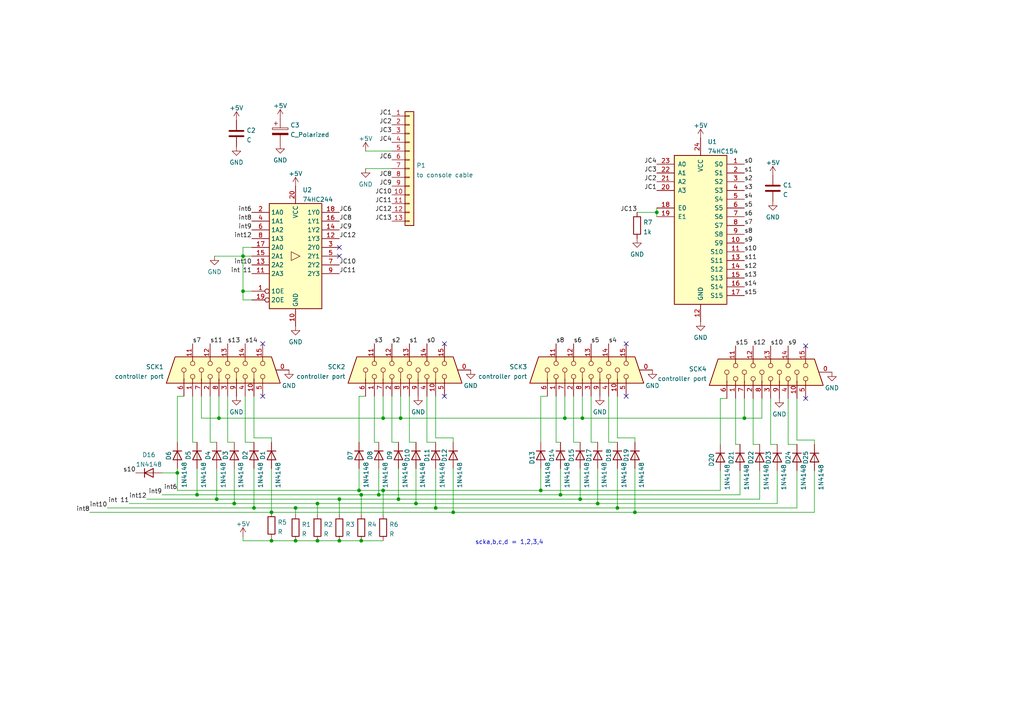
<source format=kicad_sch>
(kicad_sch (version 20211123) (generator eeschema)
  (paper "A4")
  (lib_symbols
    (symbol "74xx:74HC244"
      (property "Reference" "U" (at -7.62 16.51 0))
      (property "Value" "74HC244" (at -7.62 -16.51 0))
      (symbol "74HC244_1_0"
        (polyline (pts (xy 1.27 0) (xy -1.27 1.27) (xy -1.27 -1.27) (xy 1.27 0)) (stroke (width 0.1524)))
        (pin input inverted (at -12.7 -10.16 0) (length 5.08) (name "1OE") (number "1"))
        (pin power_in line (at 0 -20.32 90) (length 5.08) (name "GND") (number "10"))
        (pin input line (at -12.7 -5.08 0) (length 5.08) (name "2A3") (number "11"))
        (pin tri_state line (at 12.7 5.08 180) (length 5.08) (name "1Y3") (number "12"))
        (pin input line (at -12.7 -2.54 0) (length 5.08) (name "2A2") (number "13"))
        (pin tri_state line (at 12.7 7.62 180) (length 5.08) (name "1Y2") (number "14"))
        (pin input line (at -12.7 0 0) (length 5.08) (name "2A1") (number "15"))
        (pin tri_state line (at 12.7 10.16 180) (length 5.08) (name "1Y1") (number "16"))
        (pin input line (at -12.7 2.54 0) (length 5.08) (name "2A0") (number "17"))
        (pin tri_state line (at 12.7 12.7 180) (length 5.08) (name "1Y0") (number "18"))
        (pin input inverted (at -12.7 -12.7 0) (length 5.08) (name "2OE") (number "19"))
        (pin input line (at -12.7 12.7 0) (length 5.08) (name "1A0") (number "2"))
        (pin power_in line (at 0 20.32 270) (length 5.08) (name "VCC") (number "20"))
        (pin tri_state line (at 12.7 2.54 180) (length 5.08) (name "2Y0") (number "3"))
        (pin input line (at -12.7 10.16 0) (length 5.08) (name "1A1") (number "4"))
        (pin tri_state line (at 12.7 0 180) (length 5.08) (name "2Y1") (number "5"))
        (pin input line (at -12.7 7.62 0) (length 5.08) (name "1A2") (number "6"))
        (pin tri_state line (at 12.7 -2.54 180) (length 5.08) (name "2Y2") (number "7"))
        (pin input line (at -12.7 5.08 0) (length 5.08) (name "1A3") (number "8"))
        (pin tri_state line (at 12.7 -5.08 180) (length 5.08) (name "2Y3") (number "9"))
      )
      (symbol "74HC244_1_1"
        (rectangle (start -7.62 15.24) (end 7.62 -15.24) (stroke (width 0.254)) (fill (type background)))
      )
    )
    (symbol "74xx:74LS154" (pin_names (offset 1.016))
      (property "Reference" "U" (at -7.62 21.59 0))
      (property "Value" "74LS154" (at -7.62 -24.13 0))
      (symbol "74LS154_1_0"
        (pin output line (at 12.7 17.78 180) (length 5.08) (name "S0") (number "1"))
        (pin output line (at 12.7 -5.08 180) (length 5.08) (name "S9") (number "10"))
        (pin output line (at 12.7 -7.62 180) (length 5.08) (name "S10") (number "11"))
        (pin power_in line (at 0 -27.94 90) (length 5.08) (name "GND") (number "12"))
        (pin output line (at 12.7 -10.16 180) (length 5.08) (name "S11") (number "13"))
        (pin output line (at 12.7 -12.7 180) (length 5.08) (name "S12") (number "14"))
        (pin output line (at 12.7 -15.24 180) (length 5.08) (name "S13") (number "15"))
        (pin output line (at 12.7 -17.78 180) (length 5.08) (name "S14") (number "16"))
        (pin output line (at 12.7 -20.32 180) (length 5.08) (name "S15") (number "17"))
        (pin input line (at -12.7 5.08 0) (length 5.08) (name "E0") (number "18"))
        (pin input line (at -12.7 2.54 0) (length 5.08) (name "E1") (number "19"))
        (pin output line (at 12.7 15.24 180) (length 5.08) (name "S1") (number "2"))
        (pin input line (at -12.7 10.16 0) (length 5.08) (name "A3") (number "20"))
        (pin input line (at -12.7 12.7 0) (length 5.08) (name "A2") (number "21"))
        (pin input line (at -12.7 15.24 0) (length 5.08) (name "A1") (number "22"))
        (pin input line (at -12.7 17.78 0) (length 5.08) (name "A0") (number "23"))
        (pin power_in line (at 0 25.4 270) (length 5.08) (name "VCC") (number "24"))
        (pin output line (at 12.7 12.7 180) (length 5.08) (name "S2") (number "3"))
        (pin output line (at 12.7 10.16 180) (length 5.08) (name "S3") (number "4"))
        (pin output line (at 12.7 7.62 180) (length 5.08) (name "S4") (number "5"))
        (pin output line (at 12.7 5.08 180) (length 5.08) (name "S5") (number "6"))
        (pin output line (at 12.7 2.54 180) (length 5.08) (name "S6") (number "7"))
        (pin output line (at 12.7 0 180) (length 5.08) (name "S7") (number "8"))
        (pin output line (at 12.7 -2.54 180) (length 5.08) (name "S8") (number "9"))
      )
      (symbol "74LS154_1_1"
        (rectangle (start -7.62 20.32) (end 7.62 -22.86) (stroke (width 0.254)) (fill (type background)))
      )
    )
    (symbol "Connector:DB15_Female_HighDensity_MountingHoles" (pin_names (offset 1.016) hide)
      (property "Reference" "J" (at 0 21.59 0))
      (property "Value" "DB15_Female_HighDensity_MountingHoles" (at 0 19.05 0))
      (symbol "DB15_Female_HighDensity_MountingHoles_0_1"
        (circle (center -1.905 -10.16) (radius 0.635))
        (circle (center -1.905 -5.08) (radius 0.635))
        (circle (center -1.905 0) (radius 0.635))
        (circle (center -1.905 5.08) (radius 0.635))
        (circle (center -1.905 10.16) (radius 0.635))
        (circle (center 0 -7.62) (radius 0.635))
        (circle (center 0 -2.54) (radius 0.635))
        (polyline (pts (xy -3.175 7.62) (xy -0.635 7.62)))
        (polyline (pts (xy -0.635 -7.62) (xy -3.175 -7.62)))
        (polyline (pts (xy -0.635 -2.54) (xy -3.175 -2.54)))
        (polyline (pts (xy -0.635 2.54) (xy -3.175 2.54)))
        (polyline (pts (xy -0.635 12.7) (xy -3.175 12.7)))
        (polyline (pts (xy -3.81 17.78) (xy -3.81 -15.24) (xy 3.81 -12.7) (xy 3.81 15.24) (xy -3.81 17.78)) (stroke (width 0.254)) (fill (type background)))
        (circle (center 0 2.54) (radius 0.635))
        (circle (center 0 7.62) (radius 0.635))
        (circle (center 0 12.7) (radius 0.635))
        (circle (center 1.905 -10.16) (radius 0.635))
        (circle (center 1.905 -5.08) (radius 0.635))
        (circle (center 1.905 0) (radius 0.635))
        (circle (center 1.905 5.08) (radius 0.635))
        (circle (center 1.905 10.16) (radius 0.635))
      )
      (symbol "DB15_Female_HighDensity_MountingHoles_1_1"
        (pin passive line (at 0 -17.78 90) (length 3.81) (name "~") (number "0"))
        (pin passive line (at -7.62 10.16 0) (length 5.08) (name "~") (number "1"))
        (pin passive line (at -7.62 -7.62 0) (length 5.08) (name "~") (number "10"))
        (pin passive line (at 7.62 10.16 180) (length 5.08) (name "~") (number "11"))
        (pin passive line (at 7.62 5.08 180) (length 5.08) (name "~") (number "12"))
        (pin passive line (at 7.62 0 180) (length 5.08) (name "~") (number "13"))
        (pin passive line (at 7.62 -5.08 180) (length 5.08) (name "~") (number "14"))
        (pin passive line (at 7.62 -10.16 180) (length 5.08) (name "~") (number "15"))
        (pin passive line (at -7.62 5.08 0) (length 5.08) (name "~") (number "2"))
        (pin passive line (at -7.62 0 0) (length 5.08) (name "~") (number "3"))
        (pin passive line (at -7.62 -5.08 0) (length 5.08) (name "~") (number "4"))
        (pin passive line (at -7.62 -10.16 0) (length 5.08) (name "~") (number "5"))
        (pin passive line (at -7.62 12.7 0) (length 5.08) (name "~") (number "6"))
        (pin passive line (at -7.62 7.62 0) (length 5.08) (name "~") (number "7"))
        (pin passive line (at -7.62 2.54 0) (length 5.08) (name "~") (number "8"))
        (pin passive line (at -7.62 -2.54 0) (length 5.08) (name "~") (number "9"))
      )
    )
    (symbol "Connector_Generic:Conn_01x13" (pin_names (offset 1.016) hide)
      (property "Reference" "J" (at 0 17.78 0))
      (property "Value" "Conn_01x13" (at 0 -17.78 0))
      (symbol "Conn_01x13_1_1"
        (rectangle (start -1.27 -15.113) (end 0 -15.367) (stroke (width 0.1524)))
        (rectangle (start -1.27 -12.573) (end 0 -12.827) (stroke (width 0.1524)))
        (rectangle (start -1.27 -10.033) (end 0 -10.287) (stroke (width 0.1524)))
        (rectangle (start -1.27 -7.493) (end 0 -7.747) (stroke (width 0.1524)))
        (rectangle (start -1.27 -4.953) (end 0 -5.207) (stroke (width 0.1524)))
        (rectangle (start -1.27 -2.413) (end 0 -2.667) (stroke (width 0.1524)))
        (rectangle (start -1.27 0.127) (end 0 -0.127) (stroke (width 0.1524)))
        (rectangle (start -1.27 2.667) (end 0 2.413) (stroke (width 0.1524)))
        (rectangle (start -1.27 5.207) (end 0 4.953) (stroke (width 0.1524)))
        (rectangle (start -1.27 7.747) (end 0 7.493) (stroke (width 0.1524)))
        (rectangle (start -1.27 10.287) (end 0 10.033) (stroke (width 0.1524)))
        (rectangle (start -1.27 12.827) (end 0 12.573) (stroke (width 0.1524)))
        (rectangle (start -1.27 15.367) (end 0 15.113) (stroke (width 0.1524)))
        (rectangle (start -1.27 16.51) (end 1.27 -16.51) (stroke (width 0.254)) (fill (type background)))
        (pin passive line (at -5.08 15.24 0) (length 3.81) (name "Pin_1") (number "1"))
        (pin passive line (at -5.08 -7.62 0) (length 3.81) (name "Pin_10") (number "10"))
        (pin passive line (at -5.08 -10.16 0) (length 3.81) (name "Pin_11") (number "11"))
        (pin passive line (at -5.08 -12.7 0) (length 3.81) (name "Pin_12") (number "12"))
        (pin passive line (at -5.08 -15.24 0) (length 3.81) (name "Pin_13") (number "13"))
        (pin passive line (at -5.08 12.7 0) (length 3.81) (name "Pin_2") (number "2"))
        (pin passive line (at -5.08 10.16 0) (length 3.81) (name "Pin_3") (number "3"))
        (pin passive line (at -5.08 7.62 0) (length 3.81) (name "Pin_4") (number "4"))
        (pin passive line (at -5.08 5.08 0) (length 3.81) (name "Pin_5") (number "5"))
        (pin passive line (at -5.08 2.54 0) (length 3.81) (name "Pin_6") (number "6"))
        (pin passive line (at -5.08 0 0) (length 3.81) (name "Pin_7") (number "7"))
        (pin passive line (at -5.08 -2.54 0) (length 3.81) (name "Pin_8") (number "8"))
        (pin passive line (at -5.08 -5.08 0) (length 3.81) (name "Pin_9") (number "9"))
      )
    )
    (symbol "Device:C" (pin_numbers hide) (pin_names (offset 0.254))
      (property "Reference" "C" (at 0.635 2.54 0))
      (property "Value" "C" (at 0.635 -2.54 0))
      (symbol "C_0_1"
        (polyline (pts (xy -2.032 -0.762) (xy 2.032 -0.762)) (stroke (width 0.508)))
        (polyline (pts (xy -2.032 0.762) (xy 2.032 0.762)) (stroke (width 0.508)))
      )
      (symbol "C_1_1"
        (pin passive line (at 0 3.81 270) (length 2.794) (name "~") (number "1"))
        (pin passive line (at 0 -3.81 90) (length 2.794) (name "~") (number "2"))
      )
    )
    (symbol "Device:C_Polarized" (pin_numbers hide) (pin_names (offset 0.254))
      (property "Reference" "C" (at 0.635 2.54 0))
      (property "Value" "C_Polarized" (at 0.635 -2.54 0))
      (symbol "C_Polarized_0_1"
        (rectangle (start -2.286 0.508) (end 2.286 1.016))
        (polyline (pts (xy -1.778 2.286) (xy -0.762 2.286)))
        (polyline (pts (xy -1.27 2.794) (xy -1.27 1.778)))
        (rectangle (start 2.286 -0.508) (end -2.286 -1.016) (fill (type outline)))
      )
      (symbol "C_Polarized_1_1"
        (pin passive line (at 0 3.81 270) (length 2.794) (name "~") (number "1"))
        (pin passive line (at 0 -3.81 90) (length 2.794) (name "~") (number "2"))
      )
    )
    (symbol "Device:R" (pin_numbers hide) (pin_names (offset 0))
      (property "Reference" "R" (at 2.032 0 90))
      (property "Value" "R" (at 0 0 90))
      (symbol "R_0_1"
        (rectangle (start -1.016 -2.54) (end 1.016 2.54) (stroke (width 0.254)))
      )
      (symbol "R_1_1"
        (pin passive line (at 0 3.81 270) (length 1.27) (name "~") (number "1"))
        (pin passive line (at 0 -3.81 90) (length 1.27) (name "~") (number "2"))
      )
    )
    (symbol "Diode:1N4148" (pin_numbers hide) (pin_names (offset 1.016) hide)
      (property "Reference" "D" (at 0 2.54 0))
      (property "Value" "1N4148" (at 0 -2.54 0))
      (symbol "1N4148_0_1"
        (polyline (pts (xy -1.27 1.27) (xy -1.27 -1.27)) (stroke (width 0.254)))
        (polyline (pts (xy 1.27 0) (xy -1.27 0)))
        (polyline (pts (xy 1.27 1.27) (xy 1.27 -1.27) (xy -1.27 0) (xy 1.27 1.27)) (stroke (width 0.254)))
      )
      (symbol "1N4148_1_1"
        (pin passive line (at -3.81 0 0) (length 2.54) (name "K") (number "1"))
        (pin passive line (at 3.81 0 180) (length 2.54) (name "A") (number "2"))
      )
    )
    (symbol "power:+5V" (power) (pin_names (offset 0))
      (property "Value" "+5V" (at 0 3.556 0))
      (symbol "+5V_0_1"
        (polyline (pts (xy -0.762 1.27) (xy 0 2.54)))
        (polyline (pts (xy 0 0) (xy 0 2.54)))
        (polyline (pts (xy 0 2.54) (xy 0.762 1.27)))
      )
      (symbol "+5V_1_1"
        (pin power_in line (at 0 0 90) (length 0) hide (name "+5V") (number "1"))
      )
    )
    (symbol "power:GND" (power) (pin_names (offset 0))
      (property "Value" "GND" (at 0 -3.81 0))
      (symbol "GND_0_1"
        (polyline (pts (xy 0 0) (xy 0 -1.27) (xy 1.27 -1.27) (xy 0 -2.54) (xy -1.27 -1.27) (xy 0 -1.27)))
      )
      (symbol "GND_1_1"
        (pin power_in line (at 0 0 270) (length 0) hide (name "GND") (number "1"))
      )
    )
  )
  (junction (at 92.075 156.845))
  (junction (at 131.445 148.59))
  (junction (at 98.425 144.78))
  (junction (at 190.5 61.595))
  (junction (at 62.865 144.78))
  (junction (at 109.855 143.51))
  (junction (at 162.56 143.51))
  (junction (at 70.485 74.295))
  (junction (at 57.15 143.51))
  (junction (at 168.275 144.78))
  (junction (at 78.74 148.59))
  (junction (at 163.83 121.285))
  (junction (at 63.5 121.285))
  (junction (at 115.57 144.78))
  (junction (at 120.65 146.05))
  (junction (at 111.125 121.285))
  (junction (at 85.725 147.32))
  (junction (at 70.485 84.455))
  (junction (at 73.66 147.32))
  (junction (at 98.425 156.845))
  (junction (at 104.775 156.845))
  (junction (at 78.74 156.845))
  (junction (at 173.355 146.05))
  (junction (at 215.9 121.285))
  (junction (at 104.14 142.24))
  (junction (at 126.365 147.32))
  (junction (at 104.775 143.51))
  (junction (at 85.725 156.845))
  (junction (at 92.075 146.05))
  (junction (at 111.125 142.24))
  (junction (at 168.91 121.285))
  (junction (at 179.07 147.32))
  (junction (at 116.205 121.285))
  (junction (at 67.945 146.05))
  (junction (at 51.435 137.16))
  (junction (at 156.845 142.24))
  (junction (at 184.15 148.59))
  (no_connect (at 98.425 74.295))
  (no_connect (at 98.425 71.755))
  (no_connect (at 181.61 99.695))
  (no_connect (at 128.905 99.695))
  (no_connect (at 128.905 114.935))
  (no_connect (at 181.61 114.935))
  (no_connect (at 233.68 115.57))
  (no_connect (at 233.68 100.33))
  (no_connect (at 76.2 114.935))
  (no_connect (at 76.2 99.695))
  (wire (pts (xy 215.9 121.285) (xy 220.98 121.285)))
  (wire (pts (xy 98.425 144.78) (xy 115.57 144.78)))
  (wire (pts (xy 116.205 121.285) (xy 116.205 114.935)))
  (wire (pts (xy 218.44 128.905) (xy 220.345 128.905)))
  (wire (pts (xy 53.34 114.935) (xy 51.435 114.935)))
  (wire (pts (xy 213.36 128.905) (xy 214.63 128.905)))
  (wire (pts (xy 104.14 142.24) (xy 111.125 142.24)))
  (wire (pts (xy 78.74 156.845) (xy 70.485 156.845)))
  (wire (pts (xy 37.465 146.05) (xy 67.945 146.05)))
  (wire (pts (xy 85.725 147.32) (xy 85.725 149.225)))
  (wire (pts (xy 62.865 144.78) (xy 98.425 144.78)))
  (wire (pts (xy 156.845 114.935) (xy 156.845 128.27)))
  (wire (pts (xy 171.45 128.27) (xy 173.355 128.27)))
  (wire (pts (xy 190.5 61.595) (xy 190.5 62.865)))
  (wire (pts (xy 51.435 114.935) (xy 51.435 128.27)))
  (wire (pts (xy 106.045 48.895) (xy 113.665 48.895)))
  (wire (pts (xy 156.845 142.24) (xy 208.915 142.24)))
  (wire (pts (xy 126.365 114.935) (xy 126.365 127)))
  (wire (pts (xy 113.665 128.27) (xy 115.57 128.27)))
  (wire (pts (xy 184.15 148.59) (xy 184.15 135.89)))
  (wire (pts (xy 176.53 114.935) (xy 176.53 128.27)))
  (wire (pts (xy 73.66 114.935) (xy 73.66 127)))
  (wire (pts (xy 118.745 114.935) (xy 118.745 128.27)))
  (wire (pts (xy 85.725 147.32) (xy 73.66 147.32)))
  (wire (pts (xy 123.825 128.27) (xy 126.365 128.27)))
  (wire (pts (xy 223.52 115.57) (xy 223.52 128.905)))
  (wire (pts (xy 98.425 156.845) (xy 92.075 156.845)))
  (wire (pts (xy 213.36 115.57) (xy 213.36 128.905)))
  (wire (pts (xy 92.075 146.05) (xy 92.075 149.225)))
  (wire (pts (xy 168.275 135.89) (xy 168.275 144.78)))
  (wire (pts (xy 214.63 143.51) (xy 162.56 143.51)))
  (wire (pts (xy 109.855 143.51) (xy 104.775 143.51)))
  (wire (pts (xy 70.485 74.295) (xy 70.485 84.455)))
  (wire (pts (xy 46.99 137.16) (xy 51.435 137.16)))
  (wire (pts (xy 163.83 121.285) (xy 163.83 114.935)))
  (wire (pts (xy 228.6 115.57) (xy 228.6 128.905)))
  (wire (pts (xy 115.57 144.78) (xy 168.275 144.78)))
  (wire (pts (xy 231.14 127.635) (xy 236.22 127.635)))
  (wire (pts (xy 131.445 148.59) (xy 131.445 135.89)))
  (wire (pts (xy 168.91 121.285) (xy 168.91 114.935)))
  (wire (pts (xy 166.37 114.935) (xy 166.37 128.27)))
  (wire (pts (xy 161.29 114.935) (xy 161.29 128.27)))
  (wire (pts (xy 92.075 156.845) (xy 85.725 156.845)))
  (wire (pts (xy 231.14 115.57) (xy 231.14 127.635)))
  (wire (pts (xy 26.035 148.59) (xy 78.74 148.59)))
  (wire (pts (xy 67.945 146.05) (xy 67.945 135.89)))
  (wire (pts (xy 223.52 128.905) (xy 225.425 128.905)))
  (wire (pts (xy 236.22 136.525) (xy 236.22 148.59)))
  (wire (pts (xy 236.22 148.59) (xy 184.15 148.59)))
  (wire (pts (xy 115.57 144.78) (xy 115.57 135.89)))
  (wire (pts (xy 162.56 143.51) (xy 109.855 143.51)))
  (wire (pts (xy 108.585 128.27) (xy 109.855 128.27)))
  (wire (pts (xy 42.545 144.78) (xy 62.865 144.78)))
  (wire (pts (xy 225.425 146.05) (xy 173.355 146.05)))
  (wire (pts (xy 126.365 147.32) (xy 85.725 147.32)))
  (wire (pts (xy 131.445 127) (xy 131.445 128.27)))
  (wire (pts (xy 111.125 121.285) (xy 111.125 114.935)))
  (wire (pts (xy 176.53 128.27) (xy 179.07 128.27)))
  (wire (pts (xy 55.88 114.935) (xy 55.88 128.27)))
  (wire (pts (xy 166.37 128.27) (xy 168.275 128.27)))
  (wire (pts (xy 104.14 142.24) (xy 104.14 135.89)))
  (wire (pts (xy 163.83 121.285) (xy 168.91 121.285)))
  (wire (pts (xy 156.845 135.89) (xy 156.845 142.24)))
  (wire (pts (xy 70.485 71.755) (xy 70.485 74.295)))
  (wire (pts (xy 225.425 136.525) (xy 225.425 146.05)))
  (wire (pts (xy 173.355 146.05) (xy 173.355 135.89)))
  (wire (pts (xy 92.075 146.05) (xy 67.945 146.05)))
  (wire (pts (xy 179.07 114.935) (xy 179.07 127)))
  (wire (pts (xy 104.14 114.935) (xy 104.14 128.27)))
  (wire (pts (xy 73.66 147.32) (xy 73.66 135.89)))
  (wire (pts (xy 60.96 128.27) (xy 62.865 128.27)))
  (wire (pts (xy 126.365 135.89) (xy 126.365 147.32)))
  (wire (pts (xy 126.365 147.32) (xy 179.07 147.32)))
  (wire (pts (xy 71.12 114.935) (xy 71.12 128.27)))
  (wire (pts (xy 63.5 121.285) (xy 63.5 114.935)))
  (wire (pts (xy 228.6 128.905) (xy 231.14 128.905)))
  (wire (pts (xy 55.88 128.27) (xy 57.15 128.27)))
  (wire (pts (xy 111.125 121.285) (xy 116.205 121.285)))
  (wire (pts (xy 111.125 142.24) (xy 156.845 142.24)))
  (wire (pts (xy 171.45 114.935) (xy 171.45 128.27)))
  (wire (pts (xy 31.115 147.32) (xy 73.66 147.32)))
  (wire (pts (xy 78.74 127) (xy 78.74 128.27)))
  (wire (pts (xy 184.15 127) (xy 184.15 128.27)))
  (wire (pts (xy 220.345 144.78) (xy 220.345 136.525)))
  (wire (pts (xy 208.915 142.24) (xy 208.915 136.525)))
  (wire (pts (xy 210.82 115.57) (xy 208.915 115.57)))
  (wire (pts (xy 73.025 71.755) (xy 70.485 71.755)))
  (wire (pts (xy 158.75 114.935) (xy 156.845 114.935)))
  (wire (pts (xy 116.205 121.285) (xy 163.83 121.285)))
  (wire (pts (xy 184.785 61.595) (xy 190.5 61.595)))
  (wire (pts (xy 208.915 115.57) (xy 208.915 128.905)))
  (wire (pts (xy 173.355 146.05) (xy 120.65 146.05)))
  (wire (pts (xy 179.07 147.32) (xy 179.07 135.89)))
  (wire (pts (xy 161.29 128.27) (xy 162.56 128.27)))
  (wire (pts (xy 111.125 142.24) (xy 111.125 149.225)))
  (wire (pts (xy 111.125 156.845) (xy 104.775 156.845)))
  (wire (pts (xy 104.775 143.51) (xy 57.15 143.51)))
  (wire (pts (xy 118.745 128.27) (xy 120.65 128.27)))
  (wire (pts (xy 108.585 114.935) (xy 108.585 128.27)))
  (wire (pts (xy 57.15 143.51) (xy 57.15 135.89)))
  (wire (pts (xy 179.07 127) (xy 184.15 127)))
  (wire (pts (xy 131.445 148.59) (xy 78.74 148.59)))
  (wire (pts (xy 70.485 86.995) (xy 73.025 86.995)))
  (wire (pts (xy 184.15 148.59) (xy 131.445 148.59)))
  (wire (pts (xy 236.22 127.635) (xy 236.22 128.905)))
  (wire (pts (xy 78.74 148.59) (xy 78.74 135.89)))
  (wire (pts (xy 104.775 143.51) (xy 104.775 149.225)))
  (wire (pts (xy 63.5 121.285) (xy 111.125 121.285)))
  (wire (pts (xy 168.91 121.285) (xy 215.9 121.285)))
  (wire (pts (xy 78.74 156.845) (xy 78.74 156.21)))
  (wire (pts (xy 71.12 128.27) (xy 73.66 128.27)))
  (wire (pts (xy 58.42 114.935) (xy 58.42 121.285)))
  (wire (pts (xy 168.275 144.78) (xy 220.345 144.78)))
  (wire (pts (xy 51.435 137.16) (xy 51.435 142.24)))
  (wire (pts (xy 162.56 143.51) (xy 162.56 135.89)))
  (wire (pts (xy 66.04 114.935) (xy 66.04 128.27)))
  (wire (pts (xy 214.63 136.525) (xy 214.63 143.51)))
  (wire (pts (xy 190.5 60.325) (xy 190.5 61.595)))
  (wire (pts (xy 73.66 127) (xy 78.74 127)))
  (wire (pts (xy 215.9 121.285) (xy 215.9 115.57)))
  (wire (pts (xy 70.485 84.455) (xy 70.485 86.995)))
  (wire (pts (xy 126.365 127) (xy 131.445 127)))
  (wire (pts (xy 220.98 121.285) (xy 220.98 115.57)))
  (wire (pts (xy 98.425 144.78) (xy 98.425 149.225)))
  (wire (pts (xy 46.99 143.51) (xy 57.15 143.51)))
  (wire (pts (xy 66.04 128.27) (xy 67.945 128.27)))
  (wire (pts (xy 60.96 114.935) (xy 60.96 128.27)))
  (wire (pts (xy 120.65 146.05) (xy 92.075 146.05)))
  (wire (pts (xy 218.44 115.57) (xy 218.44 128.905)))
  (wire (pts (xy 70.485 155.575) (xy 70.485 156.845)))
  (wire (pts (xy 51.435 135.89) (xy 51.435 137.16)))
  (wire (pts (xy 104.775 156.845) (xy 98.425 156.845)))
  (wire (pts (xy 113.665 114.935) (xy 113.665 128.27)))
  (wire (pts (xy 120.65 146.05) (xy 120.65 135.89)))
  (wire (pts (xy 109.855 135.89) (xy 109.855 143.51)))
  (wire (pts (xy 70.485 74.295) (xy 73.025 74.295)))
  (wire (pts (xy 106.045 114.935) (xy 104.14 114.935)))
  (wire (pts (xy 62.23 74.295) (xy 70.485 74.295)))
  (wire (pts (xy 85.725 156.845) (xy 78.74 156.845)))
  (wire (pts (xy 106.045 43.815) (xy 113.665 43.815)))
  (wire (pts (xy 58.42 121.285) (xy 63.5 121.285)))
  (wire (pts (xy 51.435 142.24) (xy 104.14 142.24)))
  (wire (pts (xy 62.865 135.89) (xy 62.865 144.78)))
  (wire (pts (xy 231.14 147.32) (xy 231.14 136.525)))
  (wire (pts (xy 179.07 147.32) (xy 231.14 147.32)))
  (wire (pts (xy 70.485 84.455) (xy 73.025 84.455)))
  (wire (pts (xy 123.825 114.935) (xy 123.825 128.27)))
  (text "scka,b,c,d = 1,2,3,4" (at 137.795 158.115 0) (effects (font (size 1.27 1.27)) (justify left bottom)))
  (label "s6" (at 166.37 99.695 0))
  (label "s13" (at 215.9 80.645 0))
  (label "JC3" (at 113.665 38.735 180))
  (label "int 11" (at 73.025 79.375 180))
  (label "int8" (at 73.025 64.135 180))
  (label "int6" (at 73.025 61.595 180))
  (label "s10" (at 39.37 137.16 180))
  (label "s11" (at 60.96 99.695 0))
  (label "s5" (at 171.45 99.695 0))
  (label "s8" (at 161.29 99.695 0))
  (label "s10" (at 215.9 73.025 0))
  (label "s0" (at 215.9 47.625 0))
  (label "JC2" (at 190.5 52.705 180))
  (label "JC11" (at 98.425 79.375 0))
  (label "int6" (at 51.435 142.24 180))
  (label "s12" (at 215.9 78.105 0))
  (label "JC11" (at 113.665 59.055 180))
  (label "int10" (at 73.025 76.835 180))
  (label "s6" (at 215.9 62.865 0))
  (label "JC9" (at 98.425 66.675 0))
  (label "JC9" (at 113.665 53.975 180))
  (label "s11" (at 215.9 75.565 0))
  (label "s2" (at 215.9 52.705 0))
  (label "int9" (at 46.99 143.51 180))
  (label "JC4" (at 113.665 41.275 180))
  (label "s12" (at 218.44 100.33 0))
  (label "s4" (at 215.9 57.785 0))
  (label "s2" (at 113.665 99.695 0))
  (label "JC1" (at 113.665 33.655 180))
  (label "JC10" (at 113.665 56.515 180))
  (label "JC13" (at 113.665 64.135 180))
  (label "s14" (at 215.9 83.185 0))
  (label "int12" (at 73.025 69.215 180))
  (label "s7" (at 55.88 99.695 0))
  (label "JC13" (at 184.785 61.595 180))
  (label "JC8" (at 98.425 64.135 0))
  (label "JC6" (at 113.665 46.355 180))
  (label "s5" (at 215.9 60.325 0))
  (label "s3" (at 108.585 99.695 0))
  (label "s8" (at 215.9 67.945 0))
  (label "s3" (at 215.9 55.245 0))
  (label "s0" (at 123.825 99.695 0))
  (label "s15" (at 215.9 85.725 0))
  (label "s7" (at 215.9 65.405 0))
  (label "s4" (at 176.53 99.695 0))
  (label "s1" (at 118.745 99.695 0))
  (label "s9" (at 215.9 70.485 0))
  (label "s1" (at 215.9 50.165 0))
  (label "s9" (at 228.6 100.33 0))
  (label "JC8" (at 113.665 51.435 180))
  (label "JC6" (at 98.425 61.595 0))
  (label "JC10" (at 98.425 76.835 0))
  (label "int12" (at 42.545 144.78 180))
  (label "int8" (at 26.035 148.59 180))
  (label "int 11" (at 37.465 146.05 180))
  (label "JC3" (at 190.5 50.165 180))
  (label "s14" (at 71.12 99.695 0))
  (label "JC12" (at 98.425 69.215 0))
  (label "s15" (at 213.36 100.33 0))
  (label "JC12" (at 113.665 61.595 180))
  (label "JC2" (at 113.665 36.195 180))
  (label "JC1" (at 190.5 55.245 180))
  (label "s10" (at 223.52 100.33 0))
  (label "JC4" (at 190.5 47.625 180))
  (label "int10" (at 31.115 147.32 180))
  (label "s13" (at 66.04 99.695 0))
  (label "int9" (at 73.025 66.675 180))
  (symbol (lib_id "Device:R") (at 104.775 153.035 0) (unit 1)
    (property "Reference" "R4" (at 106.553 152.1265 0) (effects (justify left)))
    (property "Value" "R" (at 106.553 154.9016 0) (effects (justify left)))
  )
  (symbol (lib_id "power:+5V") (at 106.045 43.815 0) (unit 1)
    (property "Reference" "#PWR?" (effects hide))
    (property "Value" "+5V" (at 106.045 40.2105 0))
  )
  (symbol (lib_id "power:+5V") (at 203.2 40.005 0) (unit 1)
    (property "Reference" "#PWR?" (effects hide))
    (property "Value" "+5V" (at 203.2 36.4005 0))
  )
  (symbol (lib_id "power:GND") (at 85.725 94.615 0) (unit 1)
    (property "Reference" "#PWR?" (effects hide))
    (property "Value" "GND" (at 85.725 99.1775 0))
  )
  (symbol (lib_id "Connector_Generic:Conn_01x13") (at 118.745 48.895 0) (unit 1)
    (property "Reference" "P1" (at 120.777 47.9865 0) (effects (justify left)))
    (property "Value" "to console cable" (at 120.777 50.7616 0) (effects (justify left)))
  )
  (symbol (lib_id "power:+5V") (at 85.725 53.975 0) (unit 1)
    (property "Reference" "#PWR?" (effects hide))
    (property "Value" "+5V" (at 85.725 50.3705 0))
  )
  (symbol (lib_id "Diode:1N4148") (at 104.14 132.08 270) (unit 1)
    (property "Reference" "D7" (at 101.6 130.81 0) (effects (justify left)))
    (property "Value" "1N4148" (at 106.172 133.9466 0) (effects (justify left)))
    (property "Footprint" "Diode_THT:D_DO-35_SOD27_P7.62mm_Horizontal" (effects hide))
    (property "Datasheet" "https://assets.nexperia.com/documents/data-sheet/1N4148_1N4448.pdf" (effects hide))
  )
  (symbol (lib_id "Diode:1N4148") (at 73.66 132.08 270) (unit 1)
    (property "Reference" "D2" (at 71.12 132.08 0))
    (property "Value" "1N4148" (at 75.565 137.795 0))
    (property "Footprint" "Diode_THT:D_DO-35_SOD27_P7.62mm_Horizontal" (effects hide))
    (property "Datasheet" "https://assets.nexperia.com/documents/data-sheet/1N4148_1N4448.pdf" (effects hide))
  )
  (symbol (lib_id "Diode:1N4148") (at 43.18 137.16 0) (unit 1)
    (property "Reference" "D16" (at 43.18 131.9235 0))
    (property "Value" "1N4148" (at 43.18 134.6986 0))
    (property "Footprint" "Diode_THT:D_DO-35_SOD27_P7.62mm_Horizontal" (effects hide))
    (property "Datasheet" "https://assets.nexperia.com/documents/data-sheet/1N4148_1N4448.pdf" (effects hide))
  )
  (symbol (lib_id "Device:R") (at 92.075 153.035 0) (unit 1)
    (property "Reference" "R2" (at 93.853 152.1265 0) (effects (justify left)))
    (property "Value" "R" (at 93.853 154.9016 0) (effects (justify left)))
  )
  (symbol (lib_id "power:GND") (at 136.525 107.315 0) (unit 1)
    (property "Reference" "#PWR?" (effects hide))
    (property "Value" "GND" (at 136.525 111.8775 0))
  )
  (symbol (lib_id "power:GND") (at 224.155 58.42 0) (unit 1)
    (property "Reference" "#PWR?" (effects hide))
    (property "Value" "GND" (at 224.155 62.9825 0))
  )
  (symbol (lib_id "Diode:1N4148") (at 173.355 132.08 270) (unit 1)
    (property "Reference" "D17" (at 170.815 132.08 0))
    (property "Value" "1N4148" (at 175.26 137.795 0))
    (property "Footprint" "Diode_THT:D_DO-35_SOD27_P7.62mm_Horizontal" (effects hide))
    (property "Datasheet" "https://assets.nexperia.com/documents/data-sheet/1N4148_1N4448.pdf" (effects hide))
  )
  (symbol (lib_id "Connector:DB15_Female_HighDensity_MountingHoles") (at 223.52 107.95 90) (unit 1)
    (property "Reference" "SCK4" (at 204.9781 107.0415 90) (effects (justify left)))
    (property "Value" "controller port" (at 204.9781 109.8166 90) (effects (justify left)))
    (property "Datasheet" " ~" (effects hide))
  )
  (symbol (lib_id "Diode:1N4148") (at 162.56 132.08 270) (unit 1)
    (property "Reference" "D14" (at 160.02 132.08 0))
    (property "Value" "1N4148" (at 164.465 137.795 0))
    (property "Footprint" "Diode_THT:D_DO-35_SOD27_P7.62mm_Horizontal" (effects hide))
    (property "Datasheet" "https://assets.nexperia.com/documents/data-sheet/1N4148_1N4448.pdf" (effects hide))
  )
  (symbol (lib_id "power:GND") (at 83.82 107.315 0) (unit 1)
    (property "Reference" "#PWR?" (effects hide))
    (property "Value" "GND" (at 83.82 111.8775 0))
  )
  (symbol (lib_id "power:GND") (at 68.58 42.545 0) (unit 1)
    (property "Reference" "#PWR?" (effects hide))
    (property "Value" "GND" (at 68.58 47.1075 0))
  )
  (symbol (lib_id "Diode:1N4148") (at 179.07 132.08 270) (unit 1)
    (property "Reference" "D18" (at 176.53 132.08 0))
    (property "Value" "1N4148" (at 180.975 137.795 0))
    (property "Footprint" "Diode_THT:D_DO-35_SOD27_P7.62mm_Horizontal" (effects hide))
    (property "Datasheet" "https://assets.nexperia.com/documents/data-sheet/1N4148_1N4448.pdf" (effects hide))
  )
  (symbol (lib_id "Diode:1N4148") (at 225.425 132.715 270) (unit 1)
    (property "Reference" "D23" (at 222.885 132.715 0))
    (property "Value" "1N4148" (at 227.33 138.43 0))
    (property "Footprint" "Diode_THT:D_DO-35_SOD27_P7.62mm_Horizontal" (effects hide))
    (property "Datasheet" "https://assets.nexperia.com/documents/data-sheet/1N4148_1N4448.pdf" (effects hide))
  )
  (symbol (lib_id "Diode:1N4148") (at 126.365 132.08 270) (unit 1)
    (property "Reference" "D11" (at 123.825 132.08 0))
    (property "Value" "1N4148" (at 128.27 137.795 0))
    (property "Footprint" "Diode_THT:D_DO-35_SOD27_P7.62mm_Horizontal" (effects hide))
    (property "Datasheet" "https://assets.nexperia.com/documents/data-sheet/1N4148_1N4448.pdf" (effects hide))
  )
  (symbol (lib_id "Diode:1N4148") (at 51.435 132.08 270) (unit 1)
    (property "Reference" "D6" (at 48.895 130.81 0) (effects (justify left)))
    (property "Value" "1N4148" (at 53.467 133.9466 0) (effects (justify left)))
    (property "Footprint" "Diode_THT:D_DO-35_SOD27_P7.62mm_Horizontal" (effects hide))
    (property "Datasheet" "https://assets.nexperia.com/documents/data-sheet/1N4148_1N4448.pdf" (effects hide))
  )
  (symbol (lib_id "power:GND") (at 68.58 114.935 0) (unit 1)
    (property "Reference" "#PWR?" (effects hide))
    (property "Value" "GND" (at 68.58 119.4975 0))
  )
  (symbol (lib_id "Diode:1N4148") (at 109.855 132.08 270) (unit 1)
    (property "Reference" "D8" (at 107.315 132.08 0))
    (property "Value" "1N4148" (at 111.76 137.795 0))
    (property "Footprint" "Diode_THT:D_DO-35_SOD27_P7.62mm_Horizontal" (effects hide))
    (property "Datasheet" "https://assets.nexperia.com/documents/data-sheet/1N4148_1N4448.pdf" (effects hide))
  )
  (symbol (lib_id "power:+5V") (at 70.485 155.575 0) (unit 1)
    (property "Reference" "#PWR?" (effects hide))
    (property "Value" "+5V" (at 70.485 151.9705 0))
  )
  (symbol (lib_id "Device:R") (at 184.785 65.405 0) (unit 1)
    (property "Reference" "R7" (at 186.563 64.4965 0) (effects (justify left)))
    (property "Value" "1k" (at 186.563 67.2716 0) (effects (justify left)))
  )
  (symbol (lib_id "Diode:1N4148") (at 78.74 132.08 270) (unit 1)
    (property "Reference" "D1" (at 76.2 132.08 0))
    (property "Value" "1N4148" (at 80.645 137.795 0))
    (property "Footprint" "Diode_THT:D_DO-35_SOD27_P7.62mm_Horizontal" (effects hide))
    (property "Datasheet" "https://assets.nexperia.com/documents/data-sheet/1N4148_1N4448.pdf" (effects hide))
  )
  (symbol (lib_id "power:GND") (at 62.23 74.295 0) (unit 1)
    (property "Reference" "#PWR?" (effects hide))
    (property "Value" "GND" (at 62.23 78.8575 0))
  )
  (symbol (lib_id "power:GND") (at 241.3 107.95 0) (unit 1)
    (property "Reference" "#PWR?" (effects hide))
    (property "Value" "GND" (at 241.3 112.5125 0))
  )
  (symbol (lib_id "Connector:DB15_Female_HighDensity_MountingHoles") (at 118.745 107.315 90) (unit 1)
    (property "Reference" "SCK2" (at 100.2031 106.4065 90) (effects (justify left)))
    (property "Value" "controller port" (at 100.2031 109.1816 90) (effects (justify left)))
    (property "Datasheet" " ~" (effects hide))
  )
  (symbol (lib_id "Diode:1N4148") (at 236.22 132.715 270) (unit 1)
    (property "Reference" "D25" (at 233.68 132.715 0))
    (property "Value" "1N4148" (at 238.125 138.43 0))
    (property "Footprint" "Diode_THT:D_DO-35_SOD27_P7.62mm_Horizontal" (effects hide))
    (property "Datasheet" "https://assets.nexperia.com/documents/data-sheet/1N4148_1N4448.pdf" (effects hide))
  )
  (symbol (lib_id "Device:R") (at 78.74 152.4 0) (unit 1)
    (property "Reference" "R5" (at 80.518 151.4915 0) (effects (justify left)))
    (property "Value" "R" (at 80.518 154.2666 0) (effects (justify left)))
  )
  (symbol (lib_id "power:GND") (at 173.99 114.935 0) (unit 1)
    (property "Reference" "#PWR?" (effects hide))
    (property "Value" "GND" (at 173.99 119.4975 0))
  )
  (symbol (lib_id "power:GND") (at 81.28 41.91 0) (unit 1)
    (property "Reference" "#PWR?" (effects hide))
    (property "Value" "GND" (at 81.28 46.4725 0))
  )
  (symbol (lib_id "Diode:1N4148") (at 57.15 132.08 270) (unit 1)
    (property "Reference" "D5" (at 54.61 132.08 0))
    (property "Value" "1N4148" (at 59.055 137.795 0))
    (property "Footprint" "Diode_THT:D_DO-35_SOD27_P7.62mm_Horizontal" (effects hide))
    (property "Datasheet" "https://assets.nexperia.com/documents/data-sheet/1N4148_1N4448.pdf" (effects hide))
  )
  (symbol (lib_id "Connector:DB15_Female_HighDensity_MountingHoles") (at 171.45 107.315 90) (unit 1)
    (property "Reference" "SCK3" (at 152.9081 106.4065 90) (effects (justify left)))
    (property "Value" "controller port" (at 152.9081 109.1816 90) (effects (justify left)))
    (property "Datasheet" " ~" (effects hide))
  )
  (symbol (lib_id "power:GND") (at 184.785 69.215 0) (unit 1)
    (property "Reference" "#PWR?" (effects hide))
    (property "Value" "GND" (at 184.785 73.7775 0))
  )
  (symbol (lib_id "power:+5V") (at 68.58 34.925 0) (unit 1)
    (property "Reference" "#PWR?" (effects hide))
    (property "Value" "+5V" (at 68.58 31.3205 0))
  )
  (symbol (lib_id "Diode:1N4148") (at 131.445 132.08 270) (unit 1)
    (property "Reference" "D12" (at 128.905 132.08 0))
    (property "Value" "1N4148" (at 133.35 137.795 0))
    (property "Footprint" "Diode_THT:D_DO-35_SOD27_P7.62mm_Horizontal" (effects hide))
    (property "Datasheet" "https://assets.nexperia.com/documents/data-sheet/1N4148_1N4448.pdf" (effects hide))
  )
  (symbol (lib_id "Connector:DB15_Female_HighDensity_MountingHoles") (at 66.04 107.315 90) (unit 1)
    (property "Reference" "SCK1" (at 47.4981 106.4065 90) (effects (justify left)))
    (property "Value" "controller port" (at 47.4981 109.1816 90) (effects (justify left)))
    (property "Datasheet" " ~" (effects hide))
  )
  (symbol (lib_id "Diode:1N4148") (at 220.345 132.715 270) (unit 1)
    (property "Reference" "D22" (at 217.805 132.715 0))
    (property "Value" "1N4148" (at 222.25 138.43 0))
    (property "Footprint" "Diode_THT:D_DO-35_SOD27_P7.62mm_Horizontal" (effects hide))
    (property "Datasheet" "https://assets.nexperia.com/documents/data-sheet/1N4148_1N4448.pdf" (effects hide))
  )
  (symbol (lib_id "power:GND") (at 106.045 48.895 0) (unit 1)
    (property "Reference" "#PWR?" (effects hide))
    (property "Value" "GND" (at 106.045 53.4575 0))
  )
  (symbol (lib_id "power:GND") (at 203.2 93.345 0) (unit 1)
    (property "Reference" "#PWR?" (effects hide))
    (property "Value" "GND" (at 203.2 97.9075 0))
  )
  (symbol (lib_id "Diode:1N4148") (at 120.65 132.08 270) (unit 1)
    (property "Reference" "D10" (at 118.11 132.08 0))
    (property "Value" "1N4148" (at 122.555 137.795 0))
    (property "Footprint" "Diode_THT:D_DO-35_SOD27_P7.62mm_Horizontal" (effects hide))
    (property "Datasheet" "https://assets.nexperia.com/documents/data-sheet/1N4148_1N4448.pdf" (effects hide))
  )
  (symbol (lib_id "74xx:74HC244") (at 85.725 74.295 0) (unit 1)
    (property "Reference" "U2" (at 87.7444 55.0885 0) (effects (justify left)))
    (property "Value" "74HC244" (at 87.7444 57.8636 0) (effects (justify left)))
    (property "Datasheet" "https://assets.nexperia.com/documents/data-sheet/74HC_HCT244.pdf" (effects hide))
  )
  (symbol (lib_id "Device:R") (at 85.725 153.035 0) (unit 1)
    (property "Reference" "R1" (at 87.503 152.1265 0) (effects (justify left)))
    (property "Value" "R" (at 87.503 154.9016 0) (effects (justify left)))
  )
  (symbol (lib_id "power:GND") (at 226.06 115.57 0) (unit 1)
    (property "Reference" "#PWR?" (effects hide))
    (property "Value" "GND" (at 226.06 120.1325 0))
  )
  (symbol (lib_id "Diode:1N4148") (at 62.865 132.08 270) (unit 1)
    (property "Reference" "D4" (at 60.325 132.08 0))
    (property "Value" "1N4148" (at 64.77 137.795 0))
    (property "Footprint" "Diode_THT:D_DO-35_SOD27_P7.62mm_Horizontal" (effects hide))
    (property "Datasheet" "https://assets.nexperia.com/documents/data-sheet/1N4148_1N4448.pdf" (effects hide))
  )
  (symbol (lib_id "Diode:1N4148") (at 214.63 132.715 270) (unit 1)
    (property "Reference" "D21" (at 212.09 132.715 0))
    (property "Value" "1N4148" (at 216.535 138.43 0))
    (property "Footprint" "Diode_THT:D_DO-35_SOD27_P7.62mm_Horizontal" (effects hide))
    (property "Datasheet" "https://assets.nexperia.com/documents/data-sheet/1N4148_1N4448.pdf" (effects hide))
  )
  (symbol (lib_id "Diode:1N4148") (at 168.275 132.08 270) (unit 1)
    (property "Reference" "D15" (at 165.735 132.08 0))
    (property "Value" "1N4148" (at 170.18 137.795 0))
    (property "Footprint" "Diode_THT:D_DO-35_SOD27_P7.62mm_Horizontal" (effects hide))
    (property "Datasheet" "https://assets.nexperia.com/documents/data-sheet/1N4148_1N4448.pdf" (effects hide))
  )
  (symbol (lib_id "Device:C") (at 68.58 38.735 0) (unit 1)
    (property "Reference" "C2" (at 71.501 37.8265 0) (effects (justify left)))
    (property "Value" "C" (at 71.501 40.6016 0) (effects (justify left)))
  )
  (symbol (lib_id "power:GND") (at 189.23 107.315 0) (unit 1)
    (property "Reference" "#PWR?" (effects hide))
    (property "Value" "GND" (at 189.23 111.8775 0))
  )
  (symbol (lib_id "Device:R") (at 98.425 153.035 0) (unit 1)
    (property "Reference" "R3" (at 100.203 152.1265 0) (effects (justify left)))
    (property "Value" "R" (at 100.203 154.9016 0) (effects (justify left)))
  )
  (symbol (lib_id "Diode:1N4148") (at 115.57 132.08 270) (unit 1)
    (property "Reference" "D9" (at 113.03 132.08 0))
    (property "Value" "1N4148" (at 117.475 137.795 0))
    (property "Footprint" "Diode_THT:D_DO-35_SOD27_P7.62mm_Horizontal" (effects hide))
    (property "Datasheet" "https://assets.nexperia.com/documents/data-sheet/1N4148_1N4448.pdf" (effects hide))
  )
  (symbol (lib_id "Diode:1N4148") (at 67.945 132.08 270) (unit 1)
    (property "Reference" "D3" (at 65.405 132.08 0))
    (property "Value" "1N4148" (at 69.85 137.795 0))
    (property "Footprint" "Diode_THT:D_DO-35_SOD27_P7.62mm_Horizontal" (effects hide))
    (property "Datasheet" "https://assets.nexperia.com/documents/data-sheet/1N4148_1N4448.pdf" (effects hide))
  )
  (symbol (lib_id "power:GND") (at 121.285 114.935 0) (unit 1)
    (property "Reference" "#PWR?" (effects hide))
    (property "Value" "GND" (at 121.285 119.4975 0))
  )
  (symbol (lib_id "Device:R") (at 111.125 153.035 0) (unit 1)
    (property "Reference" "R6" (at 112.903 152.1265 0) (effects (justify left)))
    (property "Value" "R" (at 112.903 154.9016 0) (effects (justify left)))
  )
  (symbol (lib_id "74xx:74LS154") (at 203.2 65.405 0) (unit 1)
    (property "Reference" "U1" (at 205.2194 41.1185 0) (effects (justify left)))
    (property "Value" "74HC154" (at 205.2194 43.8936 0) (effects (justify left)))
    (property "Datasheet" "http://www.ti.com/lit/gpn/sn74LS154" (effects hide))
  )
  (symbol (lib_id "Device:C_Polarized") (at 81.28 38.1 0) (unit 1)
    (property "Reference" "C3" (at 84.201 36.3025 0) (effects (justify left)))
    (property "Value" "C_Polarized" (at 84.201 39.0776 0) (effects (justify left)))
  )
  (symbol (lib_id "Diode:1N4148") (at 208.915 132.715 270) (unit 1)
    (property "Reference" "D20" (at 206.375 131.445 0) (effects (justify left)))
    (property "Value" "1N4148" (at 210.947 134.5816 0) (effects (justify left)))
    (property "Footprint" "Diode_THT:D_DO-35_SOD27_P7.62mm_Horizontal" (effects hide))
    (property "Datasheet" "https://assets.nexperia.com/documents/data-sheet/1N4148_1N4448.pdf" (effects hide))
  )
  (symbol (lib_id "Device:C") (at 224.155 54.61 0) (unit 1)
    (property "Reference" "C1" (at 227.076 53.7015 0) (effects (justify left)))
    (property "Value" "C" (at 227.076 56.4766 0) (effects (justify left)))
  )
  (symbol (lib_id "Diode:1N4148") (at 231.14 132.715 270) (unit 1)
    (property "Reference" "D24" (at 228.6 132.715 0))
    (property "Value" "1N4148" (at 233.045 138.43 0))
    (property "Footprint" "Diode_THT:D_DO-35_SOD27_P7.62mm_Horizontal" (effects hide))
    (property "Datasheet" "https://assets.nexperia.com/documents/data-sheet/1N4148_1N4448.pdf" (effects hide))
  )
  (symbol (lib_id "Diode:1N4148") (at 184.15 132.08 270) (unit 1)
    (property "Reference" "D19" (at 181.61 132.08 0))
    (property "Value" "1N4148" (at 186.055 137.795 0))
    (property "Footprint" "Diode_THT:D_DO-35_SOD27_P7.62mm_Horizontal" (effects hide))
    (property "Datasheet" "https://assets.nexperia.com/documents/data-sheet/1N4148_1N4448.pdf" (effects hide))
  )
  (symbol (lib_id "power:+5V") (at 81.28 34.29 0) (unit 1)
    (property "Reference" "#PWR?" (effects hide))
    (property "Value" "+5V" (at 81.28 30.6855 0))
  )
  (symbol (lib_id "Diode:1N4148") (at 156.845 132.08 270) (unit 1)
    (property "Reference" "D13" (at 154.305 130.81 0) (effects (justify left)))
    (property "Value" "1N4148" (at 158.877 133.9466 0) (effects (justify left)))
    (property "Footprint" "Diode_THT:D_DO-35_SOD27_P7.62mm_Horizontal" (effects hide))
    (property "Datasheet" "https://assets.nexperia.com/documents/data-sheet/1N4148_1N4448.pdf" (effects hide))
  )
  (symbol (lib_id "power:+5V") (at 224.155 50.8 0) (unit 1)
    (property "Reference" "#PWR?" (effects hide))
    (property "Value" "+5V" (at 224.155 47.1955 0))
  )
)
</source>
